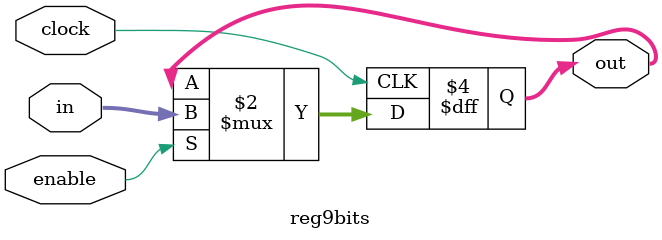
<source format=v>
module reg9bits(in, enable, clock, out);
  input [8:0] in;
  input enable, clock;
  output reg [8:0] out;
  
  always @(posedge clock)
    if (enable)
      out <= in;
      
endmodule

</source>
